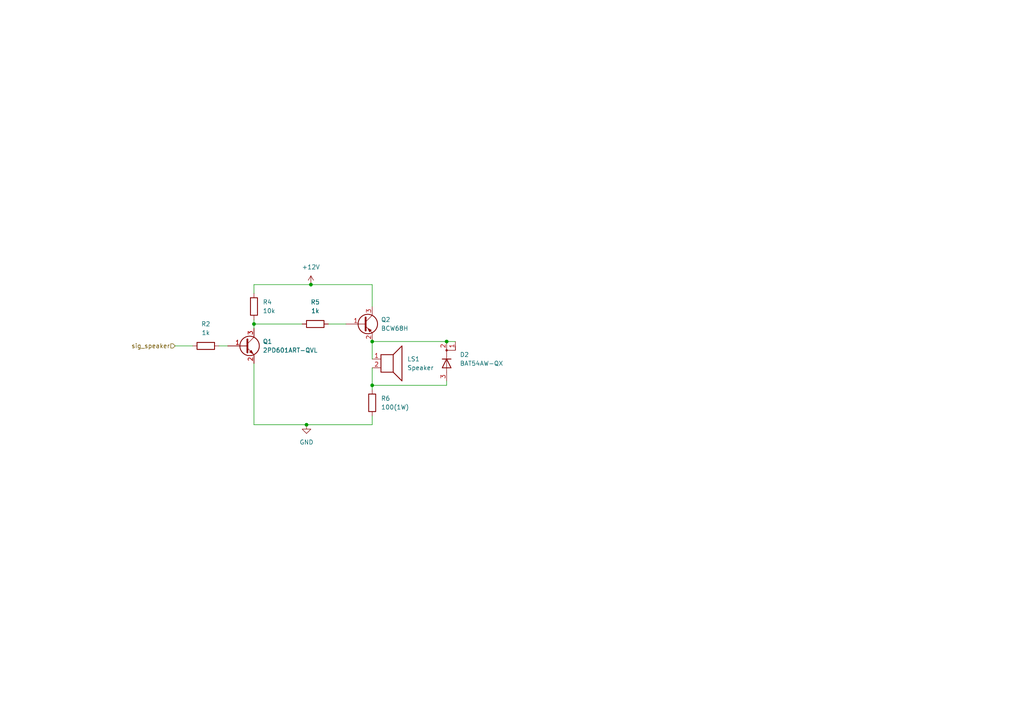
<source format=kicad_sch>
(kicad_sch (version 20211123) (generator eeschema)
  (paper "A4")
  (lib_symbols
    (symbol "Device:D_KKA" (pin_names (offset 0) hide)
      (property "Reference" "D" (at 0 2.54 0))
      (property "Value" "D_KKA" (at 0 -2.54 0))
      (symbol "D_KKA_0_1"
        (circle (center -3.81 0) (radius 0.254) (fill (type outline)))
        (polyline (pts (xy -1.27 1.27) (xy -1.27 -1.27)) (stroke (width 0.254)))
        (polyline (pts (xy -5.08 2.54) (xy -3.81 2.54) (xy -3.81 0) (xy 2.54 0)))
        (polyline (pts (xy 1.27 1.27) (xy 1.27 -1.27) (xy -1.27 0) (xy 1.27 1.27)) (stroke (width 0.254)))
      )
      (symbol "D_KKA_1_1"
        (pin input line (at -6.35 2.54 0) (length 2.54) (name "K") (number "1"))
        (pin passive line (at -6.35 0 0) (length 2.54) (name "K") (number "2"))
        (pin passive line (at 5.08 0 180) (length 2.54) (name "A") (number "3"))
      )
    )
    (symbol "Device:Q_NPN_BEC" (pin_names (offset 0) hide)
      (property "Reference" "Q" (at 5.08 1.27 0))
      (property "Value" "Q_NPN_BEC" (at 5.08 -1.27 0))
      (symbol "Q_NPN_BEC_0_1"
        (polyline (pts (xy 0.635 0.635) (xy 2.54 2.54)))
        (polyline (pts (xy 0.635 -0.635) (xy 2.54 -2.54) (xy 2.54 -2.54)))
        (polyline (pts (xy 0.635 1.905) (xy 0.635 -1.905) (xy 0.635 -1.905)) (stroke (width 0.508)))
        (polyline (pts (xy 1.27 -1.778) (xy 1.778 -1.27) (xy 2.286 -2.286) (xy 1.27 -1.778) (xy 1.27 -1.778)) (fill (type outline)))
        (circle (center 1.27 0) (radius 2.8194) (stroke (width 0.254)))
      )
      (symbol "Q_NPN_BEC_1_1"
        (pin input line (at -5.08 0 0) (length 5.715) (name "B") (number "1"))
        (pin passive line (at 2.54 -5.08 90) (length 2.54) (name "E") (number "2"))
        (pin passive line (at 2.54 5.08 270) (length 2.54) (name "C") (number "3"))
      )
    )
    (symbol "Device:Q_PNP_BEC" (pin_names (offset 0) hide)
      (property "Reference" "Q" (at 5.08 1.27 0))
      (property "Value" "Q_PNP_BEC" (at 5.08 -1.27 0))
      (symbol "Q_PNP_BEC_0_1"
        (polyline (pts (xy 0.635 0.635) (xy 2.54 2.54)))
        (polyline (pts (xy 0.635 -0.635) (xy 2.54 -2.54) (xy 2.54 -2.54)))
        (polyline (pts (xy 0.635 1.905) (xy 0.635 -1.905) (xy 0.635 -1.905)) (stroke (width 0.508)))
        (polyline (pts (xy 2.286 -1.778) (xy 1.778 -2.286) (xy 1.27 -1.27) (xy 2.286 -1.778) (xy 2.286 -1.778)) (fill (type outline)))
        (circle (center 1.27 0) (radius 2.8194) (stroke (width 0.254)))
      )
      (symbol "Q_PNP_BEC_1_1"
        (pin input line (at -5.08 0 0) (length 5.715) (name "B") (number "1"))
        (pin passive line (at 2.54 -5.08 90) (length 2.54) (name "E") (number "2"))
        (pin passive line (at 2.54 5.08 270) (length 2.54) (name "C") (number "3"))
      )
    )
    (symbol "Device:R" (pin_numbers hide) (pin_names (offset 0))
      (property "Reference" "R" (at 2.032 0 90))
      (property "Value" "R" (at 0 0 90))
      (symbol "R_0_1"
        (rectangle (start -1.016 -2.54) (end 1.016 2.54) (stroke (width 0.254)))
      )
      (symbol "R_1_1"
        (pin passive line (at 0 3.81 270) (length 1.27) (name "~") (number "1"))
        (pin passive line (at 0 -3.81 90) (length 1.27) (name "~") (number "2"))
      )
    )
    (symbol "Device:Speaker" (pin_names (offset 0) hide)
      (property "Reference" "LS" (at 1.27 5.715 0))
      (property "Value" "Speaker" (at 1.27 3.81 0))
      (symbol "Speaker_0_0"
        (rectangle (start -2.54 1.27) (end 1.016 -3.81) (stroke (width 0.254)))
        (polyline (pts (xy 1.016 1.27) (xy 3.556 3.81) (xy 3.556 -6.35) (xy 1.016 -3.81)) (stroke (width 0.254)))
      )
      (symbol "Speaker_1_1"
        (pin input line (at -5.08 0 0) (length 2.54) (name "1") (number "1"))
        (pin input line (at -5.08 -2.54 0) (length 2.54) (name "2") (number "2"))
      )
    )
    (symbol "power:+12V" (power) (pin_names (offset 0))
      (property "Value" "+12V" (at 0 3.556 0))
      (symbol "+12V_0_1"
        (polyline (pts (xy -0.762 1.27) (xy 0 2.54)))
        (polyline (pts (xy 0 0) (xy 0 2.54)))
        (polyline (pts (xy 0 2.54) (xy 0.762 1.27)))
      )
      (symbol "+12V_1_1"
        (pin power_in line (at 0 0 90) (length 0) hide (name "+12V") (number "1"))
      )
    )
    (symbol "power:GND" (power) (pin_names (offset 0))
      (property "Value" "GND" (at 0 -3.81 0))
      (symbol "GND_0_1"
        (polyline (pts (xy 0 0) (xy 0 -1.27) (xy 1.27 -1.27) (xy 0 -2.54) (xy -1.27 -1.27) (xy 0 -1.27)))
      )
      (symbol "GND_1_1"
        (pin power_in line (at 0 0 270) (length 0) hide (name "GND") (number "1"))
      )
    )
  )
  (junction (at 73.66 93.98))
  (junction (at 90.17 82.55))
  (junction (at 107.95 99.06))
  (junction (at 88.9 123.19))
  (junction (at 107.95 111.76))
  (junction (at 129.54 99.06))
  (wire (pts (xy 107.95 111.76) (xy 129.54 111.76)))
  (wire (pts (xy 107.95 82.55) (xy 107.95 88.9)))
  (wire (pts (xy 107.95 106.68) (xy 107.95 111.76)))
  (wire (pts (xy 73.66 92.71) (xy 73.66 93.98)))
  (wire (pts (xy 88.9 123.19) (xy 107.95 123.19)))
  (wire (pts (xy 107.95 99.06) (xy 107.95 104.14)))
  (wire (pts (xy 73.66 123.19) (xy 88.9 123.19)))
  (wire (pts (xy 107.95 99.06) (xy 129.54 99.06)))
  (wire (pts (xy 73.66 95.25) (xy 73.66 93.98)))
  (wire (pts (xy 107.95 123.19) (xy 107.95 120.65)))
  (wire (pts (xy 95.25 93.98) (xy 100.33 93.98)))
  (wire (pts (xy 73.66 85.09) (xy 73.66 82.55)))
  (wire (pts (xy 73.66 82.55) (xy 90.17 82.55)))
  (wire (pts (xy 73.66 93.98) (xy 87.63 93.98)))
  (wire (pts (xy 90.17 82.55) (xy 107.95 82.55)))
  (wire (pts (xy 50.8 100.33) (xy 55.88 100.33)))
  (wire (pts (xy 129.54 99.06) (xy 132.08 99.06)))
  (wire (pts (xy 63.5 100.33) (xy 66.04 100.33)))
  (wire (pts (xy 73.66 105.41) (xy 73.66 123.19)))
  (wire (pts (xy 129.54 110.49) (xy 129.54 111.76)))
  (wire (pts (xy 107.95 111.76) (xy 107.95 113.03)))
  (hierarchical_label "sig_speaker" (shape input) (at 50.8 100.33 180))
  (symbol (lib_id "power:+12V") (at 90.17 82.55 0) (unit 1)
    (property "Reference" "#PWR0102" (effects hide))
    (property "Value" "+12V" (at 90.17 77.47 0))
  )
  (symbol (lib_id "Device:R") (at 91.44 93.98 90) (unit 1)
    (property "Reference" "R5" (at 91.44 87.63 90))
    (property "Value" "1k" (at 91.44 90.17 90))
    (property "Footprint" "Resistor_SMD:R_0805_2012Metric_Pad1.20x1.40mm_HandSolder" (effects hide))
  )
  (symbol (lib_id "Device:D_KKA") (at 129.54 105.41 270) (unit 1)
    (property "Reference" "D2" (at 133.35 102.8699 90) (effects (justify left)))
    (property "Value" "BAT54AW-QX" (at 133.35 105.4099 90) (effects (justify left)))
    (property "Footprint" "Package_TO_SOT_SMD:SOT-323_SC-70_Handsoldering" (effects hide))
  )
  (symbol (lib_id "Device:R") (at 73.66 88.9 180) (unit 1)
    (property "Reference" "R4" (at 76.2 87.6299 0) (effects (justify right)))
    (property "Value" "10k" (at 76.2 90.1699 0) (effects (justify right)))
    (property "Footprint" "Resistor_SMD:R_0805_2012Metric_Pad1.20x1.40mm_HandSolder" (effects hide))
  )
  (symbol (lib_id "Device:R") (at 59.69 100.33 90) (unit 1)
    (property "Reference" "R2" (at 59.69 93.98 90))
    (property "Value" "1k" (at 59.69 96.52 90))
    (property "Footprint" "Resistor_SMD:R_0805_2012Metric_Pad1.20x1.40mm_HandSolder" (effects hide))
  )
  (symbol (lib_id "Device:Q_PNP_BEC") (at 105.41 93.98 0) (unit 1)
    (property "Reference" "Q2" (at 110.49 92.7099 0) (effects (justify left)))
    (property "Value" "BCW68H" (at 110.49 95.2499 0) (effects (justify left)))
    (property "Footprint" "Package_TO_SOT_SMD:TSOT-23_HandSoldering" (effects hide))
  )
  (symbol (lib_id "Device:R") (at 107.95 116.84 0) (unit 1)
    (property "Reference" "R6" (at 110.49 115.5699 0) (effects (justify left)))
    (property "Value" "100(1W)" (at 110.49 118.1099 0) (effects (justify left)))
    (property "Footprint" "Diode_SMD:D_2512_6332Metric_Pad1.52x3.35mm_HandSolder" (effects hide))
  )
  (symbol (lib_id "power:GND") (at 88.9 123.19 0) (unit 1)
    (property "Reference" "#PWR0101" (effects hide))
    (property "Value" "GND" (at 88.9 128.27 0))
  )
  (symbol (lib_id "Device:Speaker") (at 113.03 104.14 0) (unit 1)
    (property "Reference" "LS1" (at 118.11 104.1399 0) (effects (justify left)))
    (property "Value" "Speaker" (at 118.11 106.6799 0) (effects (justify left)))
    (property "Footprint" "Connector_Molex:Molex_MicroClasp_55932-0210_1x02_P2.00mm_Vertical" (effects hide))
  )
  (symbol (lib_id "Device:Q_NPN_BEC") (at 71.12 100.33 0) (unit 1)
    (property "Reference" "Q1" (at 76.2 99.0599 0) (effects (justify left)))
    (property "Value" "2PD601ART-QVL" (at 76.2 101.5999 0) (effects (justify left)))
    (property "Footprint" "Package_TO_SOT_SMD:TSOT-23_HandSoldering" (effects hide))
  )
)
</source>
